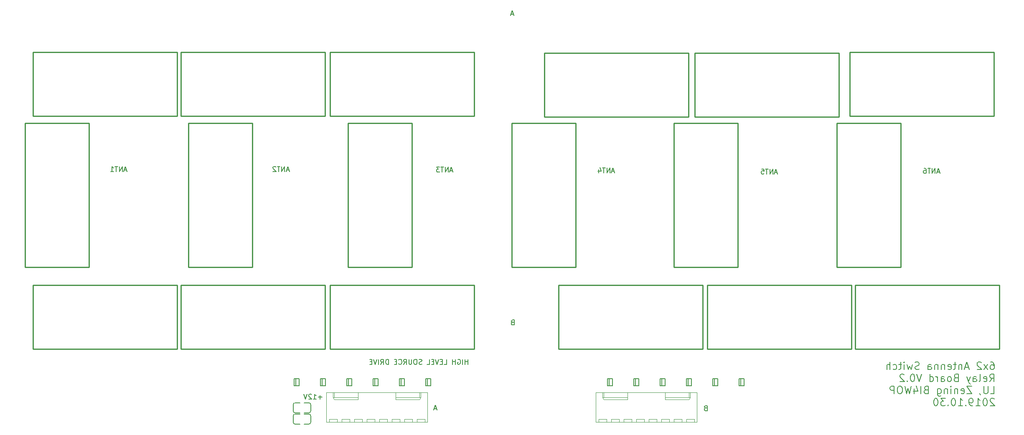
<source format=gbr>
%TF.GenerationSoftware,KiCad,Pcbnew,(6.0.0-rc1-dev-882-gdbc9130da)*%
%TF.CreationDate,2019-10-30T14:39:13+08:00*%
%TF.ProjectId,AntennaSwitch_6x2_RelayBoard,416E74656E6E615377697463685F3678,rev?*%
%TF.SameCoordinates,Original*%
%TF.FileFunction,Legend,Bot*%
%TF.FilePolarity,Positive*%
%FSLAX46Y46*%
G04 Gerber Fmt 4.6, Leading zero omitted, Abs format (unit mm)*
G04 Created by KiCad (PCBNEW (6.0.0-rc1-dev-882-gdbc9130da)) date 2019/10/30 14:39:13*
%MOMM*%
%LPD*%
G01*
G04 APERTURE LIST*
%ADD10C,0.200000*%
%ADD11C,0.150000*%
%ADD12C,0.250000*%
%ADD13C,0.120000*%
G04 APERTURE END LIST*
D10*
X246964500Y-126885071D02*
X247250214Y-126885071D01*
X247393071Y-126956500D01*
X247464500Y-127027928D01*
X247607357Y-127242214D01*
X247678785Y-127527928D01*
X247678785Y-128099357D01*
X247607357Y-128242214D01*
X247535928Y-128313642D01*
X247393071Y-128385071D01*
X247107357Y-128385071D01*
X246964500Y-128313642D01*
X246893071Y-128242214D01*
X246821642Y-128099357D01*
X246821642Y-127742214D01*
X246893071Y-127599357D01*
X246964500Y-127527928D01*
X247107357Y-127456500D01*
X247393071Y-127456500D01*
X247535928Y-127527928D01*
X247607357Y-127599357D01*
X247678785Y-127742214D01*
X246321642Y-128385071D02*
X245535928Y-127385071D01*
X246321642Y-127385071D02*
X245535928Y-128385071D01*
X245035928Y-127027928D02*
X244964500Y-126956500D01*
X244821642Y-126885071D01*
X244464500Y-126885071D01*
X244321642Y-126956500D01*
X244250214Y-127027928D01*
X244178785Y-127170785D01*
X244178785Y-127313642D01*
X244250214Y-127527928D01*
X245107357Y-128385071D01*
X244178785Y-128385071D01*
X242464500Y-127956500D02*
X241750214Y-127956500D01*
X242607357Y-128385071D02*
X242107357Y-126885071D01*
X241607357Y-128385071D01*
X241107357Y-127385071D02*
X241107357Y-128385071D01*
X241107357Y-127527928D02*
X241035928Y-127456500D01*
X240893071Y-127385071D01*
X240678785Y-127385071D01*
X240535928Y-127456500D01*
X240464500Y-127599357D01*
X240464500Y-128385071D01*
X239964500Y-127385071D02*
X239393071Y-127385071D01*
X239750214Y-126885071D02*
X239750214Y-128170785D01*
X239678785Y-128313642D01*
X239535928Y-128385071D01*
X239393071Y-128385071D01*
X238321642Y-128313642D02*
X238464500Y-128385071D01*
X238750214Y-128385071D01*
X238893071Y-128313642D01*
X238964500Y-128170785D01*
X238964500Y-127599357D01*
X238893071Y-127456500D01*
X238750214Y-127385071D01*
X238464500Y-127385071D01*
X238321642Y-127456500D01*
X238250214Y-127599357D01*
X238250214Y-127742214D01*
X238964500Y-127885071D01*
X237607357Y-127385071D02*
X237607357Y-128385071D01*
X237607357Y-127527928D02*
X237535928Y-127456500D01*
X237393071Y-127385071D01*
X237178785Y-127385071D01*
X237035928Y-127456500D01*
X236964500Y-127599357D01*
X236964500Y-128385071D01*
X236250214Y-127385071D02*
X236250214Y-128385071D01*
X236250214Y-127527928D02*
X236178785Y-127456500D01*
X236035928Y-127385071D01*
X235821642Y-127385071D01*
X235678785Y-127456500D01*
X235607357Y-127599357D01*
X235607357Y-128385071D01*
X234250214Y-128385071D02*
X234250214Y-127599357D01*
X234321642Y-127456500D01*
X234464500Y-127385071D01*
X234750214Y-127385071D01*
X234893071Y-127456500D01*
X234250214Y-128313642D02*
X234393071Y-128385071D01*
X234750214Y-128385071D01*
X234893071Y-128313642D01*
X234964500Y-128170785D01*
X234964500Y-128027928D01*
X234893071Y-127885071D01*
X234750214Y-127813642D01*
X234393071Y-127813642D01*
X234250214Y-127742214D01*
X232464500Y-128313642D02*
X232250214Y-128385071D01*
X231893071Y-128385071D01*
X231750214Y-128313642D01*
X231678785Y-128242214D01*
X231607357Y-128099357D01*
X231607357Y-127956500D01*
X231678785Y-127813642D01*
X231750214Y-127742214D01*
X231893071Y-127670785D01*
X232178785Y-127599357D01*
X232321642Y-127527928D01*
X232393071Y-127456500D01*
X232464500Y-127313642D01*
X232464500Y-127170785D01*
X232393071Y-127027928D01*
X232321642Y-126956500D01*
X232178785Y-126885071D01*
X231821642Y-126885071D01*
X231607357Y-126956500D01*
X231107357Y-127385071D02*
X230821642Y-128385071D01*
X230535928Y-127670785D01*
X230250214Y-128385071D01*
X229964500Y-127385071D01*
X229393071Y-128385071D02*
X229393071Y-127385071D01*
X229393071Y-126885071D02*
X229464500Y-126956500D01*
X229393071Y-127027928D01*
X229321642Y-126956500D01*
X229393071Y-126885071D01*
X229393071Y-127027928D01*
X228893071Y-127385071D02*
X228321642Y-127385071D01*
X228678785Y-126885071D02*
X228678785Y-128170785D01*
X228607357Y-128313642D01*
X228464500Y-128385071D01*
X228321642Y-128385071D01*
X227178785Y-128313642D02*
X227321642Y-128385071D01*
X227607357Y-128385071D01*
X227750214Y-128313642D01*
X227821642Y-128242214D01*
X227893071Y-128099357D01*
X227893071Y-127670785D01*
X227821642Y-127527928D01*
X227750214Y-127456500D01*
X227607357Y-127385071D01*
X227321642Y-127385071D01*
X227178785Y-127456500D01*
X226535928Y-128385071D02*
X226535928Y-126885071D01*
X225893071Y-128385071D02*
X225893071Y-127599357D01*
X225964500Y-127456500D01*
X226107357Y-127385071D01*
X226321642Y-127385071D01*
X226464500Y-127456500D01*
X226535928Y-127527928D01*
X246750214Y-130835071D02*
X247250214Y-130120785D01*
X247607357Y-130835071D02*
X247607357Y-129335071D01*
X247035928Y-129335071D01*
X246893071Y-129406500D01*
X246821642Y-129477928D01*
X246750214Y-129620785D01*
X246750214Y-129835071D01*
X246821642Y-129977928D01*
X246893071Y-130049357D01*
X247035928Y-130120785D01*
X247607357Y-130120785D01*
X245535928Y-130763642D02*
X245678785Y-130835071D01*
X245964500Y-130835071D01*
X246107357Y-130763642D01*
X246178785Y-130620785D01*
X246178785Y-130049357D01*
X246107357Y-129906500D01*
X245964500Y-129835071D01*
X245678785Y-129835071D01*
X245535928Y-129906500D01*
X245464500Y-130049357D01*
X245464500Y-130192214D01*
X246178785Y-130335071D01*
X244607357Y-130835071D02*
X244750214Y-130763642D01*
X244821642Y-130620785D01*
X244821642Y-129335071D01*
X243393071Y-130835071D02*
X243393071Y-130049357D01*
X243464499Y-129906500D01*
X243607357Y-129835071D01*
X243893071Y-129835071D01*
X244035928Y-129906500D01*
X243393071Y-130763642D02*
X243535928Y-130835071D01*
X243893071Y-130835071D01*
X244035928Y-130763642D01*
X244107357Y-130620785D01*
X244107357Y-130477928D01*
X244035928Y-130335071D01*
X243893071Y-130263642D01*
X243535928Y-130263642D01*
X243393071Y-130192214D01*
X242821642Y-129835071D02*
X242464500Y-130835071D01*
X242107357Y-129835071D02*
X242464500Y-130835071D01*
X242607357Y-131192214D01*
X242678785Y-131263642D01*
X242821642Y-131335071D01*
X239893071Y-130049357D02*
X239678785Y-130120785D01*
X239607357Y-130192214D01*
X239535928Y-130335071D01*
X239535928Y-130549357D01*
X239607357Y-130692214D01*
X239678785Y-130763642D01*
X239821642Y-130835071D01*
X240393071Y-130835071D01*
X240393071Y-129335071D01*
X239893071Y-129335071D01*
X239750214Y-129406500D01*
X239678785Y-129477928D01*
X239607357Y-129620785D01*
X239607357Y-129763642D01*
X239678785Y-129906500D01*
X239750214Y-129977928D01*
X239893071Y-130049357D01*
X240393071Y-130049357D01*
X238678785Y-130835071D02*
X238821642Y-130763642D01*
X238893071Y-130692214D01*
X238964500Y-130549357D01*
X238964500Y-130120785D01*
X238893071Y-129977928D01*
X238821642Y-129906500D01*
X238678785Y-129835071D01*
X238464500Y-129835071D01*
X238321642Y-129906500D01*
X238250214Y-129977928D01*
X238178785Y-130120785D01*
X238178785Y-130549357D01*
X238250214Y-130692214D01*
X238321642Y-130763642D01*
X238464500Y-130835071D01*
X238678785Y-130835071D01*
X236893071Y-130835071D02*
X236893071Y-130049357D01*
X236964500Y-129906500D01*
X237107357Y-129835071D01*
X237393071Y-129835071D01*
X237535928Y-129906500D01*
X236893071Y-130763642D02*
X237035928Y-130835071D01*
X237393071Y-130835071D01*
X237535928Y-130763642D01*
X237607357Y-130620785D01*
X237607357Y-130477928D01*
X237535928Y-130335071D01*
X237393071Y-130263642D01*
X237035928Y-130263642D01*
X236893071Y-130192214D01*
X236178785Y-130835071D02*
X236178785Y-129835071D01*
X236178785Y-130120785D02*
X236107357Y-129977928D01*
X236035928Y-129906500D01*
X235893071Y-129835071D01*
X235750214Y-129835071D01*
X234607357Y-130835071D02*
X234607357Y-129335071D01*
X234607357Y-130763642D02*
X234750214Y-130835071D01*
X235035928Y-130835071D01*
X235178785Y-130763642D01*
X235250214Y-130692214D01*
X235321642Y-130549357D01*
X235321642Y-130120785D01*
X235250214Y-129977928D01*
X235178785Y-129906500D01*
X235035928Y-129835071D01*
X234750214Y-129835071D01*
X234607357Y-129906500D01*
X232964500Y-129335071D02*
X232464500Y-130835071D01*
X231964500Y-129335071D01*
X231178785Y-129335071D02*
X231035928Y-129335071D01*
X230893071Y-129406500D01*
X230821642Y-129477928D01*
X230750214Y-129620785D01*
X230678785Y-129906500D01*
X230678785Y-130263642D01*
X230750214Y-130549357D01*
X230821642Y-130692214D01*
X230893071Y-130763642D01*
X231035928Y-130835071D01*
X231178785Y-130835071D01*
X231321642Y-130763642D01*
X231393071Y-130692214D01*
X231464500Y-130549357D01*
X231535928Y-130263642D01*
X231535928Y-129906500D01*
X231464500Y-129620785D01*
X231393071Y-129477928D01*
X231321642Y-129406500D01*
X231178785Y-129335071D01*
X230035928Y-130692214D02*
X229964500Y-130763642D01*
X230035928Y-130835071D01*
X230107357Y-130763642D01*
X230035928Y-130692214D01*
X230035928Y-130835071D01*
X229393071Y-129477928D02*
X229321642Y-129406500D01*
X229178785Y-129335071D01*
X228821642Y-129335071D01*
X228678785Y-129406500D01*
X228607357Y-129477928D01*
X228535928Y-129620785D01*
X228535928Y-129763642D01*
X228607357Y-129977928D01*
X229464500Y-130835071D01*
X228535928Y-130835071D01*
X246893071Y-133285071D02*
X247607357Y-133285071D01*
X247607357Y-131785071D01*
X246393071Y-131785071D02*
X246393071Y-132999357D01*
X246321642Y-133142214D01*
X246250214Y-133213642D01*
X246107357Y-133285071D01*
X245821642Y-133285071D01*
X245678785Y-133213642D01*
X245607357Y-133142214D01*
X245535928Y-132999357D01*
X245535928Y-131785071D01*
X244750214Y-133213642D02*
X244750214Y-133285071D01*
X244821642Y-133427928D01*
X244893071Y-133499357D01*
X243107357Y-131785071D02*
X242107357Y-131785071D01*
X243107357Y-133285071D01*
X242107357Y-133285071D01*
X240964500Y-133213642D02*
X241107357Y-133285071D01*
X241393071Y-133285071D01*
X241535928Y-133213642D01*
X241607357Y-133070785D01*
X241607357Y-132499357D01*
X241535928Y-132356500D01*
X241393071Y-132285071D01*
X241107357Y-132285071D01*
X240964500Y-132356500D01*
X240893071Y-132499357D01*
X240893071Y-132642214D01*
X241607357Y-132785071D01*
X240250214Y-132285071D02*
X240250214Y-133285071D01*
X240250214Y-132427928D02*
X240178785Y-132356500D01*
X240035928Y-132285071D01*
X239821642Y-132285071D01*
X239678785Y-132356500D01*
X239607357Y-132499357D01*
X239607357Y-133285071D01*
X238893071Y-133285071D02*
X238893071Y-132285071D01*
X238893071Y-131785071D02*
X238964500Y-131856500D01*
X238893071Y-131927928D01*
X238821642Y-131856500D01*
X238893071Y-131785071D01*
X238893071Y-131927928D01*
X238178785Y-132285071D02*
X238178785Y-133285071D01*
X238178785Y-132427928D02*
X238107357Y-132356500D01*
X237964500Y-132285071D01*
X237750214Y-132285071D01*
X237607357Y-132356500D01*
X237535928Y-132499357D01*
X237535928Y-133285071D01*
X236178785Y-132285071D02*
X236178785Y-133499357D01*
X236250214Y-133642214D01*
X236321642Y-133713642D01*
X236464500Y-133785071D01*
X236678785Y-133785071D01*
X236821642Y-133713642D01*
X236178785Y-133213642D02*
X236321642Y-133285071D01*
X236607357Y-133285071D01*
X236750214Y-133213642D01*
X236821642Y-133142214D01*
X236893071Y-132999357D01*
X236893071Y-132570785D01*
X236821642Y-132427928D01*
X236750214Y-132356500D01*
X236607357Y-132285071D01*
X236321642Y-132285071D01*
X236178785Y-132356500D01*
X233821642Y-132499357D02*
X233607357Y-132570785D01*
X233535928Y-132642214D01*
X233464500Y-132785071D01*
X233464500Y-132999357D01*
X233535928Y-133142214D01*
X233607357Y-133213642D01*
X233750214Y-133285071D01*
X234321642Y-133285071D01*
X234321642Y-131785071D01*
X233821642Y-131785071D01*
X233678785Y-131856500D01*
X233607357Y-131927928D01*
X233535928Y-132070785D01*
X233535928Y-132213642D01*
X233607357Y-132356500D01*
X233678785Y-132427928D01*
X233821642Y-132499357D01*
X234321642Y-132499357D01*
X232821642Y-133285071D02*
X232821642Y-131785071D01*
X231464500Y-132285071D02*
X231464500Y-133285071D01*
X231821642Y-131713642D02*
X232178785Y-132785071D01*
X231250214Y-132785071D01*
X230821642Y-131785071D02*
X230464500Y-133285071D01*
X230178785Y-132213642D01*
X229893071Y-133285071D01*
X229535928Y-131785071D01*
X228678785Y-131785071D02*
X228393071Y-131785071D01*
X228250214Y-131856500D01*
X228107357Y-131999357D01*
X228035928Y-132285071D01*
X228035928Y-132785071D01*
X228107357Y-133070785D01*
X228250214Y-133213642D01*
X228393071Y-133285071D01*
X228678785Y-133285071D01*
X228821642Y-133213642D01*
X228964500Y-133070785D01*
X229035928Y-132785071D01*
X229035928Y-132285071D01*
X228964500Y-131999357D01*
X228821642Y-131856500D01*
X228678785Y-131785071D01*
X227393071Y-133285071D02*
X227393071Y-131785071D01*
X226821642Y-131785071D01*
X226678785Y-131856500D01*
X226607357Y-131927928D01*
X226535928Y-132070785D01*
X226535928Y-132285071D01*
X226607357Y-132427928D01*
X226678785Y-132499357D01*
X226821642Y-132570785D01*
X227393071Y-132570785D01*
X247678785Y-134377928D02*
X247607357Y-134306500D01*
X247464500Y-134235071D01*
X247107357Y-134235071D01*
X246964500Y-134306500D01*
X246893071Y-134377928D01*
X246821642Y-134520785D01*
X246821642Y-134663642D01*
X246893071Y-134877928D01*
X247750214Y-135735071D01*
X246821642Y-135735071D01*
X245893071Y-134235071D02*
X245750214Y-134235071D01*
X245607357Y-134306500D01*
X245535928Y-134377928D01*
X245464500Y-134520785D01*
X245393071Y-134806500D01*
X245393071Y-135163642D01*
X245464500Y-135449357D01*
X245535928Y-135592214D01*
X245607357Y-135663642D01*
X245750214Y-135735071D01*
X245893071Y-135735071D01*
X246035928Y-135663642D01*
X246107357Y-135592214D01*
X246178785Y-135449357D01*
X246250214Y-135163642D01*
X246250214Y-134806500D01*
X246178785Y-134520785D01*
X246107357Y-134377928D01*
X246035928Y-134306500D01*
X245893071Y-134235071D01*
X243964500Y-135735071D02*
X244821642Y-135735071D01*
X244393071Y-135735071D02*
X244393071Y-134235071D01*
X244535928Y-134449357D01*
X244678785Y-134592214D01*
X244821642Y-134663642D01*
X243250214Y-135735071D02*
X242964500Y-135735071D01*
X242821642Y-135663642D01*
X242750214Y-135592214D01*
X242607357Y-135377928D01*
X242535928Y-135092214D01*
X242535928Y-134520785D01*
X242607357Y-134377928D01*
X242678785Y-134306500D01*
X242821642Y-134235071D01*
X243107357Y-134235071D01*
X243250214Y-134306500D01*
X243321642Y-134377928D01*
X243393071Y-134520785D01*
X243393071Y-134877928D01*
X243321642Y-135020785D01*
X243250214Y-135092214D01*
X243107357Y-135163642D01*
X242821642Y-135163642D01*
X242678785Y-135092214D01*
X242607357Y-135020785D01*
X242535928Y-134877928D01*
X241893071Y-135592214D02*
X241821642Y-135663642D01*
X241893071Y-135735071D01*
X241964500Y-135663642D01*
X241893071Y-135592214D01*
X241893071Y-135735071D01*
X240393071Y-135735071D02*
X241250214Y-135735071D01*
X240821642Y-135735071D02*
X240821642Y-134235071D01*
X240964500Y-134449357D01*
X241107357Y-134592214D01*
X241250214Y-134663642D01*
X239464500Y-134235071D02*
X239321642Y-134235071D01*
X239178785Y-134306500D01*
X239107357Y-134377928D01*
X239035928Y-134520785D01*
X238964500Y-134806500D01*
X238964500Y-135163642D01*
X239035928Y-135449357D01*
X239107357Y-135592214D01*
X239178785Y-135663642D01*
X239321642Y-135735071D01*
X239464500Y-135735071D01*
X239607357Y-135663642D01*
X239678785Y-135592214D01*
X239750214Y-135449357D01*
X239821642Y-135163642D01*
X239821642Y-134806500D01*
X239750214Y-134520785D01*
X239678785Y-134377928D01*
X239607357Y-134306500D01*
X239464500Y-134235071D01*
X238321642Y-135592214D02*
X238250214Y-135663642D01*
X238321642Y-135735071D01*
X238393071Y-135663642D01*
X238321642Y-135592214D01*
X238321642Y-135735071D01*
X237750214Y-134235071D02*
X236821642Y-134235071D01*
X237321642Y-134806500D01*
X237107357Y-134806500D01*
X236964500Y-134877928D01*
X236893071Y-134949357D01*
X236821642Y-135092214D01*
X236821642Y-135449357D01*
X236893071Y-135592214D01*
X236964500Y-135663642D01*
X237107357Y-135735071D01*
X237535928Y-135735071D01*
X237678785Y-135663642D01*
X237750214Y-135592214D01*
X235893071Y-134235071D02*
X235750214Y-134235071D01*
X235607357Y-134306500D01*
X235535928Y-134377928D01*
X235464500Y-134520785D01*
X235393071Y-134806500D01*
X235393071Y-135163642D01*
X235464500Y-135449357D01*
X235535928Y-135592214D01*
X235607357Y-135663642D01*
X235750214Y-135735071D01*
X235893071Y-135735071D01*
X236035928Y-135663642D01*
X236107357Y-135592214D01*
X236178785Y-135449357D01*
X236250214Y-135163642D01*
X236250214Y-134806500D01*
X236178785Y-134520785D01*
X236107357Y-134377928D01*
X236035928Y-134306500D01*
X235893071Y-134235071D01*
D11*
X111426404Y-133992928D02*
X110664500Y-133992928D01*
X111045452Y-134373880D02*
X111045452Y-133611976D01*
X109664500Y-134373880D02*
X110235928Y-134373880D01*
X109950214Y-134373880D02*
X109950214Y-133373880D01*
X110045452Y-133516738D01*
X110140690Y-133611976D01*
X110235928Y-133659595D01*
X109283547Y-133469119D02*
X109235928Y-133421500D01*
X109140690Y-133373880D01*
X108902595Y-133373880D01*
X108807357Y-133421500D01*
X108759738Y-133469119D01*
X108712119Y-133564357D01*
X108712119Y-133659595D01*
X108759738Y-133802452D01*
X109331166Y-134373880D01*
X108712119Y-134373880D01*
X108426404Y-133373880D02*
X108093071Y-134373880D01*
X107759738Y-133373880D01*
X140992571Y-127325380D02*
X140992571Y-126325380D01*
X140992571Y-126801571D02*
X140421142Y-126801571D01*
X140421142Y-127325380D02*
X140421142Y-126325380D01*
X139944952Y-127325380D02*
X139944952Y-126325380D01*
X138944952Y-126373000D02*
X139040190Y-126325380D01*
X139183047Y-126325380D01*
X139325904Y-126373000D01*
X139421142Y-126468238D01*
X139468761Y-126563476D01*
X139516380Y-126753952D01*
X139516380Y-126896809D01*
X139468761Y-127087285D01*
X139421142Y-127182523D01*
X139325904Y-127277761D01*
X139183047Y-127325380D01*
X139087809Y-127325380D01*
X138944952Y-127277761D01*
X138897333Y-127230142D01*
X138897333Y-126896809D01*
X139087809Y-126896809D01*
X138468761Y-127325380D02*
X138468761Y-126325380D01*
X138468761Y-126801571D02*
X137897333Y-126801571D01*
X137897333Y-127325380D02*
X137897333Y-126325380D01*
X136183047Y-127325380D02*
X136659238Y-127325380D01*
X136659238Y-126325380D01*
X135849714Y-126801571D02*
X135516380Y-126801571D01*
X135373523Y-127325380D02*
X135849714Y-127325380D01*
X135849714Y-126325380D01*
X135373523Y-126325380D01*
X135087809Y-126325380D02*
X134754476Y-127325380D01*
X134421142Y-126325380D01*
X134087809Y-126801571D02*
X133754476Y-126801571D01*
X133611619Y-127325380D02*
X134087809Y-127325380D01*
X134087809Y-126325380D01*
X133611619Y-126325380D01*
X132706857Y-127325380D02*
X133183047Y-127325380D01*
X133183047Y-126325380D01*
X131659238Y-127277761D02*
X131516380Y-127325380D01*
X131278285Y-127325380D01*
X131183047Y-127277761D01*
X131135428Y-127230142D01*
X131087809Y-127134904D01*
X131087809Y-127039666D01*
X131135428Y-126944428D01*
X131183047Y-126896809D01*
X131278285Y-126849190D01*
X131468761Y-126801571D01*
X131564000Y-126753952D01*
X131611619Y-126706333D01*
X131659238Y-126611095D01*
X131659238Y-126515857D01*
X131611619Y-126420619D01*
X131564000Y-126373000D01*
X131468761Y-126325380D01*
X131230666Y-126325380D01*
X131087809Y-126373000D01*
X130468761Y-126325380D02*
X130278285Y-126325380D01*
X130183047Y-126373000D01*
X130087809Y-126468238D01*
X130040190Y-126658714D01*
X130040190Y-126992047D01*
X130087809Y-127182523D01*
X130183047Y-127277761D01*
X130278285Y-127325380D01*
X130468761Y-127325380D01*
X130564000Y-127277761D01*
X130659238Y-127182523D01*
X130706857Y-126992047D01*
X130706857Y-126658714D01*
X130659238Y-126468238D01*
X130564000Y-126373000D01*
X130468761Y-126325380D01*
X129611619Y-126325380D02*
X129611619Y-127134904D01*
X129564000Y-127230142D01*
X129516380Y-127277761D01*
X129421142Y-127325380D01*
X129230666Y-127325380D01*
X129135428Y-127277761D01*
X129087809Y-127230142D01*
X129040190Y-127134904D01*
X129040190Y-126325380D01*
X127992571Y-127325380D02*
X128325904Y-126849190D01*
X128564000Y-127325380D02*
X128564000Y-126325380D01*
X128183047Y-126325380D01*
X128087809Y-126373000D01*
X128040190Y-126420619D01*
X127992571Y-126515857D01*
X127992571Y-126658714D01*
X128040190Y-126753952D01*
X128087809Y-126801571D01*
X128183047Y-126849190D01*
X128564000Y-126849190D01*
X126992571Y-127230142D02*
X127040190Y-127277761D01*
X127183047Y-127325380D01*
X127278285Y-127325380D01*
X127421142Y-127277761D01*
X127516380Y-127182523D01*
X127564000Y-127087285D01*
X127611619Y-126896809D01*
X127611619Y-126753952D01*
X127564000Y-126563476D01*
X127516380Y-126468238D01*
X127421142Y-126373000D01*
X127278285Y-126325380D01*
X127183047Y-126325380D01*
X127040190Y-126373000D01*
X126992571Y-126420619D01*
X126564000Y-126801571D02*
X126230666Y-126801571D01*
X126087809Y-127325380D02*
X126564000Y-127325380D01*
X126564000Y-126325380D01*
X126087809Y-126325380D01*
X124897333Y-127325380D02*
X124897333Y-126325380D01*
X124659238Y-126325380D01*
X124516380Y-126373000D01*
X124421142Y-126468238D01*
X124373523Y-126563476D01*
X124325904Y-126753952D01*
X124325904Y-126896809D01*
X124373523Y-127087285D01*
X124421142Y-127182523D01*
X124516380Y-127277761D01*
X124659238Y-127325380D01*
X124897333Y-127325380D01*
X123325904Y-127325380D02*
X123659238Y-126849190D01*
X123897333Y-127325380D02*
X123897333Y-126325380D01*
X123516380Y-126325380D01*
X123421142Y-126373000D01*
X123373523Y-126420619D01*
X123325904Y-126515857D01*
X123325904Y-126658714D01*
X123373523Y-126753952D01*
X123421142Y-126801571D01*
X123516380Y-126849190D01*
X123897333Y-126849190D01*
X122897333Y-127325380D02*
X122897333Y-126325380D01*
X122564000Y-126325380D02*
X122230666Y-127325380D01*
X121897333Y-126325380D01*
X121564000Y-126801571D02*
X121230666Y-126801571D01*
X121087809Y-127325380D02*
X121564000Y-127325380D01*
X121564000Y-126325380D01*
X121087809Y-126325380D01*
D10*
X189158571Y-136199571D02*
X189015714Y-136247190D01*
X188968095Y-136294809D01*
X188920476Y-136390047D01*
X188920476Y-136532904D01*
X188968095Y-136628142D01*
X189015714Y-136675761D01*
X189110952Y-136723380D01*
X189491904Y-136723380D01*
X189491904Y-135723380D01*
X189158571Y-135723380D01*
X189063333Y-135771000D01*
X189015714Y-135818619D01*
X188968095Y-135913857D01*
X188968095Y-136009095D01*
X189015714Y-136104333D01*
X189063333Y-136151952D01*
X189158571Y-136199571D01*
X189491904Y-136199571D01*
X134604095Y-136310666D02*
X134127904Y-136310666D01*
X134699333Y-136596380D02*
X134366000Y-135596380D01*
X134032666Y-136596380D01*
D11*
X150042571Y-118800571D02*
X149899714Y-118848190D01*
X149852095Y-118895809D01*
X149804476Y-118991047D01*
X149804476Y-119133904D01*
X149852095Y-119229142D01*
X149899714Y-119276761D01*
X149994952Y-119324380D01*
X150375904Y-119324380D01*
X150375904Y-118324380D01*
X150042571Y-118324380D01*
X149947333Y-118372000D01*
X149899714Y-118419619D01*
X149852095Y-118514857D01*
X149852095Y-118610095D01*
X149899714Y-118705333D01*
X149947333Y-118752952D01*
X150042571Y-118800571D01*
X150375904Y-118800571D01*
X150225095Y-56300666D02*
X149748904Y-56300666D01*
X150320333Y-56586380D02*
X149987000Y-55586380D01*
X149653666Y-56586380D01*
X236569047Y-88304666D02*
X236092857Y-88304666D01*
X236664285Y-88590380D02*
X236330952Y-87590380D01*
X235997619Y-88590380D01*
X235664285Y-88590380D02*
X235664285Y-87590380D01*
X235092857Y-88590380D01*
X235092857Y-87590380D01*
X234759523Y-87590380D02*
X234188095Y-87590380D01*
X234473809Y-88590380D02*
X234473809Y-87590380D01*
X233426190Y-87590380D02*
X233616666Y-87590380D01*
X233711904Y-87638000D01*
X233759523Y-87685619D01*
X233854761Y-87828476D01*
X233902380Y-88018952D01*
X233902380Y-88399904D01*
X233854761Y-88495142D01*
X233807142Y-88542761D01*
X233711904Y-88590380D01*
X233521428Y-88590380D01*
X233426190Y-88542761D01*
X233378571Y-88495142D01*
X233330952Y-88399904D01*
X233330952Y-88161809D01*
X233378571Y-88066571D01*
X233426190Y-88018952D01*
X233521428Y-87971333D01*
X233711904Y-87971333D01*
X233807142Y-88018952D01*
X233854761Y-88066571D01*
X233902380Y-88161809D01*
X203676047Y-88431666D02*
X203199857Y-88431666D01*
X203771285Y-88717380D02*
X203437952Y-87717380D01*
X203104619Y-88717380D01*
X202771285Y-88717380D02*
X202771285Y-87717380D01*
X202199857Y-88717380D01*
X202199857Y-87717380D01*
X201866523Y-87717380D02*
X201295095Y-87717380D01*
X201580809Y-88717380D02*
X201580809Y-87717380D01*
X200485571Y-87717380D02*
X200961761Y-87717380D01*
X201009380Y-88193571D01*
X200961761Y-88145952D01*
X200866523Y-88098333D01*
X200628428Y-88098333D01*
X200533190Y-88145952D01*
X200485571Y-88193571D01*
X200437952Y-88288809D01*
X200437952Y-88526904D01*
X200485571Y-88622142D01*
X200533190Y-88669761D01*
X200628428Y-88717380D01*
X200866523Y-88717380D01*
X200961761Y-88669761D01*
X201009380Y-88622142D01*
X170656047Y-88177666D02*
X170179857Y-88177666D01*
X170751285Y-88463380D02*
X170417952Y-87463380D01*
X170084619Y-88463380D01*
X169751285Y-88463380D02*
X169751285Y-87463380D01*
X169179857Y-88463380D01*
X169179857Y-87463380D01*
X168846523Y-87463380D02*
X168275095Y-87463380D01*
X168560809Y-88463380D02*
X168560809Y-87463380D01*
X167513190Y-87796714D02*
X167513190Y-88463380D01*
X167751285Y-87415761D02*
X167989380Y-88130047D01*
X167370333Y-88130047D01*
X137890047Y-88050666D02*
X137413857Y-88050666D01*
X137985285Y-88336380D02*
X137651952Y-87336380D01*
X137318619Y-88336380D01*
X136985285Y-88336380D02*
X136985285Y-87336380D01*
X136413857Y-88336380D01*
X136413857Y-87336380D01*
X136080523Y-87336380D02*
X135509095Y-87336380D01*
X135794809Y-88336380D02*
X135794809Y-87336380D01*
X135271000Y-87336380D02*
X134651952Y-87336380D01*
X134985285Y-87717333D01*
X134842428Y-87717333D01*
X134747190Y-87764952D01*
X134699571Y-87812571D01*
X134651952Y-87907809D01*
X134651952Y-88145904D01*
X134699571Y-88241142D01*
X134747190Y-88288761D01*
X134842428Y-88336380D01*
X135128142Y-88336380D01*
X135223380Y-88288761D01*
X135271000Y-88241142D01*
X104743047Y-87923666D02*
X104266857Y-87923666D01*
X104838285Y-88209380D02*
X104504952Y-87209380D01*
X104171619Y-88209380D01*
X103838285Y-88209380D02*
X103838285Y-87209380D01*
X103266857Y-88209380D01*
X103266857Y-87209380D01*
X102933523Y-87209380D02*
X102362095Y-87209380D01*
X102647809Y-88209380D02*
X102647809Y-87209380D01*
X102076380Y-87304619D02*
X102028761Y-87257000D01*
X101933523Y-87209380D01*
X101695428Y-87209380D01*
X101600190Y-87257000D01*
X101552571Y-87304619D01*
X101504952Y-87399857D01*
X101504952Y-87495095D01*
X101552571Y-87637952D01*
X102124000Y-88209380D01*
X101504952Y-88209380D01*
X71850047Y-87923666D02*
X71373857Y-87923666D01*
X71945285Y-88209380D02*
X71611952Y-87209380D01*
X71278619Y-88209380D01*
X70945285Y-88209380D02*
X70945285Y-87209380D01*
X70373857Y-88209380D01*
X70373857Y-87209380D01*
X70040523Y-87209380D02*
X69469095Y-87209380D01*
X69754809Y-88209380D02*
X69754809Y-87209380D01*
X68611952Y-88209380D02*
X69183380Y-88209380D01*
X68897666Y-88209380D02*
X68897666Y-87209380D01*
X68992904Y-87352238D01*
X69088142Y-87447476D01*
X69183380Y-87495095D01*
D10*
X109148500Y-139065000D02*
X109148500Y-137795000D01*
X108748500Y-139465000D02*
X107828500Y-139465000D01*
X105608500Y-139065000D02*
X105608500Y-137795000D01*
X106928500Y-139465000D02*
X106008500Y-139465000D01*
X106928500Y-137395000D02*
X106008500Y-137395000D01*
X108748500Y-137395000D02*
X107828500Y-137395000D01*
X109148500Y-137794990D02*
G75*
G03X108748500Y-137394990I-400000J0D01*
G01*
X108748500Y-139465000D02*
G75*
G03X109148500Y-139065000I0J400000D01*
G01*
X105608500Y-139065000D02*
G75*
G03X106008500Y-139465000I400000J0D01*
G01*
X106008500Y-137395000D02*
G75*
G03X105608500Y-137795000I0J-400000D01*
G01*
X109148500Y-136779000D02*
X109148500Y-135509000D01*
X108748500Y-137179000D02*
X107828500Y-137179000D01*
X105608500Y-136779000D02*
X105608500Y-135509000D01*
X106928500Y-137179000D02*
X106008500Y-137179000D01*
X106928500Y-135109000D02*
X106008500Y-135109000D01*
X108748500Y-135109000D02*
X107828500Y-135109000D01*
X109148500Y-135508990D02*
G75*
G03X108748500Y-135108990I-400000J0D01*
G01*
X108748500Y-137179000D02*
G75*
G03X109148500Y-136779000I0J400000D01*
G01*
X105608500Y-136779000D02*
G75*
G03X106008500Y-137179000I400000J0D01*
G01*
X106008500Y-135109000D02*
G75*
G03X105608500Y-135509000I0J-400000D01*
G01*
X195969000Y-131637000D02*
X196969000Y-131637000D01*
X195969000Y-130237000D02*
X196969000Y-130237000D01*
X196969000Y-130237000D02*
X196969000Y-131637000D01*
X195969000Y-130237000D02*
X195969000Y-131637000D01*
X196269000Y-130237000D02*
X196269000Y-131637000D01*
X190635000Y-131637000D02*
X191635000Y-131637000D01*
X190635000Y-130237000D02*
X191635000Y-130237000D01*
X191635000Y-130237000D02*
X191635000Y-131637000D01*
X190635000Y-130237000D02*
X190635000Y-131637000D01*
X190935000Y-130237000D02*
X190935000Y-131637000D01*
X185301000Y-131637000D02*
X186301000Y-131637000D01*
X185301000Y-130237000D02*
X186301000Y-130237000D01*
X186301000Y-130237000D02*
X186301000Y-131637000D01*
X185301000Y-130237000D02*
X185301000Y-131637000D01*
X185601000Y-130237000D02*
X185601000Y-131637000D01*
X179967000Y-131637000D02*
X180967000Y-131637000D01*
X179967000Y-130237000D02*
X180967000Y-130237000D01*
X180967000Y-130237000D02*
X180967000Y-131637000D01*
X179967000Y-130237000D02*
X179967000Y-131637000D01*
X180267000Y-130237000D02*
X180267000Y-131637000D01*
X174633000Y-131637000D02*
X175633000Y-131637000D01*
X174633000Y-130237000D02*
X175633000Y-130237000D01*
X175633000Y-130237000D02*
X175633000Y-131637000D01*
X174633000Y-130237000D02*
X174633000Y-131637000D01*
X174933000Y-130237000D02*
X174933000Y-131637000D01*
X169299000Y-131637000D02*
X170299000Y-131637000D01*
X169299000Y-130237000D02*
X170299000Y-130237000D01*
X170299000Y-130237000D02*
X170299000Y-131637000D01*
X169299000Y-130237000D02*
X169299000Y-131637000D01*
X169599000Y-130237000D02*
X169599000Y-131637000D01*
X132469000Y-131637000D02*
X133469000Y-131637000D01*
X132469000Y-130237000D02*
X133469000Y-130237000D01*
X133469000Y-130237000D02*
X133469000Y-131637000D01*
X132469000Y-130237000D02*
X132469000Y-131637000D01*
X132769000Y-130237000D02*
X132769000Y-131637000D01*
X127135000Y-131637000D02*
X128135000Y-131637000D01*
X127135000Y-130237000D02*
X128135000Y-130237000D01*
X128135000Y-130237000D02*
X128135000Y-131637000D01*
X127135000Y-130237000D02*
X127135000Y-131637000D01*
X127435000Y-130237000D02*
X127435000Y-131637000D01*
X121801000Y-131637000D02*
X122801000Y-131637000D01*
X121801000Y-130237000D02*
X122801000Y-130237000D01*
X122801000Y-130237000D02*
X122801000Y-131637000D01*
X121801000Y-130237000D02*
X121801000Y-131637000D01*
X122101000Y-130237000D02*
X122101000Y-131637000D01*
X116467000Y-131637000D02*
X117467000Y-131637000D01*
X116467000Y-130237000D02*
X117467000Y-130237000D01*
X117467000Y-130237000D02*
X117467000Y-131637000D01*
X116467000Y-130237000D02*
X116467000Y-131637000D01*
X116767000Y-130237000D02*
X116767000Y-131637000D01*
X111133000Y-131637000D02*
X112133000Y-131637000D01*
X111133000Y-130237000D02*
X112133000Y-130237000D01*
X112133000Y-130237000D02*
X112133000Y-131637000D01*
X111133000Y-130237000D02*
X111133000Y-131637000D01*
X111433000Y-130237000D02*
X111433000Y-131637000D01*
X105799000Y-131637000D02*
X106799000Y-131637000D01*
X105799000Y-130237000D02*
X106799000Y-130237000D01*
X106799000Y-130237000D02*
X106799000Y-131637000D01*
X105799000Y-130237000D02*
X105799000Y-131637000D01*
X106099000Y-130237000D02*
X106099000Y-131637000D01*
D12*
X219470000Y-111246000D02*
X219470000Y-124146000D01*
X248680000Y-124200000D02*
X219480000Y-124200000D01*
X248680000Y-111246000D02*
X219480000Y-111246000D01*
X248680000Y-111246000D02*
X248680000Y-124146000D01*
X189550000Y-111246000D02*
X189550000Y-124146000D01*
X218760000Y-124200000D02*
X189560000Y-124200000D01*
X218760000Y-111246000D02*
X189560000Y-111246000D01*
X218760000Y-111246000D02*
X218760000Y-124146000D01*
X159370000Y-111246000D02*
X159370000Y-124146000D01*
X188580000Y-124200000D02*
X159380000Y-124200000D01*
X188580000Y-111246000D02*
X159380000Y-111246000D01*
X188580000Y-111246000D02*
X188580000Y-124146000D01*
X142299000Y-124200000D02*
X142299000Y-111300000D01*
X113089000Y-111246000D02*
X142289000Y-111246000D01*
X113089000Y-124200000D02*
X142289000Y-124200000D01*
X113089000Y-124200000D02*
X113089000Y-111300000D01*
X112073000Y-124200000D02*
X112073000Y-111300000D01*
X82863000Y-111246000D02*
X112063000Y-111246000D01*
X82863000Y-124200000D02*
X112063000Y-124200000D01*
X82863000Y-124200000D02*
X82863000Y-111300000D01*
X82101000Y-124200000D02*
X82101000Y-111300000D01*
X52891000Y-111246000D02*
X82091000Y-111246000D01*
X52891000Y-124200000D02*
X82091000Y-124200000D01*
X52891000Y-124200000D02*
X52891000Y-111300000D01*
X228700000Y-78390000D02*
X215800000Y-78390000D01*
X215746000Y-107600000D02*
X215746000Y-78400000D01*
X228700000Y-107600000D02*
X228700000Y-78400000D01*
X228700000Y-107600000D02*
X215800000Y-107600000D01*
X195700000Y-78390000D02*
X182800000Y-78390000D01*
X182746000Y-107600000D02*
X182746000Y-78400000D01*
X195700000Y-107600000D02*
X195700000Y-78400000D01*
X195700000Y-107600000D02*
X182800000Y-107600000D01*
X162847000Y-78390000D02*
X149947000Y-78390000D01*
X149893000Y-107600000D02*
X149893000Y-78400000D01*
X162847000Y-107600000D02*
X162847000Y-78400000D01*
X162847000Y-107600000D02*
X149947000Y-107600000D01*
X129700000Y-78390000D02*
X116800000Y-78390000D01*
X116746000Y-107600000D02*
X116746000Y-78400000D01*
X129700000Y-107600000D02*
X129700000Y-78400000D01*
X129700000Y-107600000D02*
X116800000Y-107600000D01*
X97315000Y-78390000D02*
X84415000Y-78390000D01*
X84361000Y-107600000D02*
X84361000Y-78400000D01*
X97315000Y-107600000D02*
X97315000Y-78400000D01*
X97315000Y-107600000D02*
X84415000Y-107600000D01*
X64200000Y-78390000D02*
X51300000Y-78390000D01*
X51246000Y-107600000D02*
X51246000Y-78400000D01*
X64200000Y-107600000D02*
X64200000Y-78400000D01*
X64200000Y-107600000D02*
X51300000Y-107600000D01*
X247582000Y-76987000D02*
X247582000Y-64087000D01*
X218372000Y-64033000D02*
X247572000Y-64033000D01*
X218372000Y-76987000D02*
X247572000Y-76987000D01*
X218372000Y-76987000D02*
X218372000Y-64087000D01*
X216213000Y-77114000D02*
X216213000Y-64214000D01*
X187003000Y-64160000D02*
X216203000Y-64160000D01*
X187003000Y-77114000D02*
X216203000Y-77114000D01*
X187003000Y-77114000D02*
X187003000Y-64214000D01*
X185733000Y-77114000D02*
X185733000Y-64214000D01*
X156523000Y-64160000D02*
X185723000Y-64160000D01*
X156523000Y-77114000D02*
X185723000Y-77114000D01*
X156523000Y-77114000D02*
X156523000Y-64214000D01*
X142299000Y-76987000D02*
X142299000Y-64087000D01*
X113089000Y-64033000D02*
X142289000Y-64033000D01*
X113089000Y-76987000D02*
X142289000Y-76987000D01*
X113089000Y-76987000D02*
X113089000Y-64087000D01*
X112073000Y-76987000D02*
X112073000Y-64087000D01*
X82863000Y-64033000D02*
X112063000Y-64033000D01*
X82863000Y-76987000D02*
X112063000Y-76987000D01*
X82863000Y-76987000D02*
X82863000Y-64087000D01*
X82101000Y-76987000D02*
X82101000Y-64087000D01*
X52891000Y-64033000D02*
X82091000Y-64033000D01*
X52891000Y-76987000D02*
X82091000Y-76987000D01*
X52891000Y-76987000D02*
X52891000Y-64087000D01*
D13*
X166905000Y-139037000D02*
X166905000Y-133037000D01*
X166905000Y-133037000D02*
X187425000Y-133037000D01*
X187425000Y-133037000D02*
X187425000Y-139037000D01*
X187425000Y-139037000D02*
X166905000Y-139037000D01*
X168275000Y-133037000D02*
X168275000Y-134037000D01*
X168275000Y-134037000D02*
X173355000Y-134037000D01*
X173355000Y-134037000D02*
X173355000Y-133037000D01*
X168275000Y-134037000D02*
X168525000Y-134467000D01*
X168525000Y-134467000D02*
X173355000Y-134467000D01*
X173355000Y-134467000D02*
X173355000Y-134037000D01*
X168525000Y-133037000D02*
X168525000Y-134037000D01*
X186055000Y-133037000D02*
X186055000Y-134037000D01*
X186055000Y-134037000D02*
X180975000Y-134037000D01*
X180975000Y-134037000D02*
X180975000Y-133037000D01*
X186055000Y-134037000D02*
X185805000Y-134467000D01*
X185805000Y-134467000D02*
X180975000Y-134467000D01*
X180975000Y-134467000D02*
X180975000Y-134037000D01*
X185805000Y-133037000D02*
X185805000Y-134037000D01*
X167475000Y-139037000D02*
X167475000Y-138417000D01*
X167475000Y-138417000D02*
X169075000Y-138417000D01*
X169075000Y-138417000D02*
X169075000Y-139037000D01*
X170015000Y-139037000D02*
X170015000Y-138417000D01*
X170015000Y-138417000D02*
X171615000Y-138417000D01*
X171615000Y-138417000D02*
X171615000Y-139037000D01*
X172555000Y-139037000D02*
X172555000Y-138417000D01*
X172555000Y-138417000D02*
X174155000Y-138417000D01*
X174155000Y-138417000D02*
X174155000Y-139037000D01*
X175095000Y-139037000D02*
X175095000Y-138417000D01*
X175095000Y-138417000D02*
X176695000Y-138417000D01*
X176695000Y-138417000D02*
X176695000Y-139037000D01*
X177635000Y-139037000D02*
X177635000Y-138417000D01*
X177635000Y-138417000D02*
X179235000Y-138417000D01*
X179235000Y-138417000D02*
X179235000Y-139037000D01*
X180175000Y-139037000D02*
X180175000Y-138417000D01*
X180175000Y-138417000D02*
X181775000Y-138417000D01*
X181775000Y-138417000D02*
X181775000Y-139037000D01*
X182715000Y-139037000D02*
X182715000Y-138417000D01*
X182715000Y-138417000D02*
X184315000Y-138417000D01*
X184315000Y-138417000D02*
X184315000Y-139037000D01*
X185255000Y-139037000D02*
X185255000Y-138417000D01*
X185255000Y-138417000D02*
X186855000Y-138417000D01*
X186855000Y-138417000D02*
X186855000Y-139037000D01*
X112295000Y-139037000D02*
X112295000Y-133037000D01*
X112295000Y-133037000D02*
X132815000Y-133037000D01*
X132815000Y-133037000D02*
X132815000Y-139037000D01*
X132815000Y-139037000D02*
X112295000Y-139037000D01*
X113665000Y-133037000D02*
X113665000Y-134037000D01*
X113665000Y-134037000D02*
X118745000Y-134037000D01*
X118745000Y-134037000D02*
X118745000Y-133037000D01*
X113665000Y-134037000D02*
X113915000Y-134467000D01*
X113915000Y-134467000D02*
X118745000Y-134467000D01*
X118745000Y-134467000D02*
X118745000Y-134037000D01*
X113915000Y-133037000D02*
X113915000Y-134037000D01*
X131445000Y-133037000D02*
X131445000Y-134037000D01*
X131445000Y-134037000D02*
X126365000Y-134037000D01*
X126365000Y-134037000D02*
X126365000Y-133037000D01*
X131445000Y-134037000D02*
X131195000Y-134467000D01*
X131195000Y-134467000D02*
X126365000Y-134467000D01*
X126365000Y-134467000D02*
X126365000Y-134037000D01*
X131195000Y-133037000D02*
X131195000Y-134037000D01*
X112865000Y-139037000D02*
X112865000Y-138417000D01*
X112865000Y-138417000D02*
X114465000Y-138417000D01*
X114465000Y-138417000D02*
X114465000Y-139037000D01*
X115405000Y-139037000D02*
X115405000Y-138417000D01*
X115405000Y-138417000D02*
X117005000Y-138417000D01*
X117005000Y-138417000D02*
X117005000Y-139037000D01*
X117945000Y-139037000D02*
X117945000Y-138417000D01*
X117945000Y-138417000D02*
X119545000Y-138417000D01*
X119545000Y-138417000D02*
X119545000Y-139037000D01*
X120485000Y-139037000D02*
X120485000Y-138417000D01*
X120485000Y-138417000D02*
X122085000Y-138417000D01*
X122085000Y-138417000D02*
X122085000Y-139037000D01*
X123025000Y-139037000D02*
X123025000Y-138417000D01*
X123025000Y-138417000D02*
X124625000Y-138417000D01*
X124625000Y-138417000D02*
X124625000Y-139037000D01*
X125565000Y-139037000D02*
X125565000Y-138417000D01*
X125565000Y-138417000D02*
X127165000Y-138417000D01*
X127165000Y-138417000D02*
X127165000Y-139037000D01*
X128105000Y-139037000D02*
X128105000Y-138417000D01*
X128105000Y-138417000D02*
X129705000Y-138417000D01*
X129705000Y-138417000D02*
X129705000Y-139037000D01*
X130645000Y-139037000D02*
X130645000Y-138417000D01*
X130645000Y-138417000D02*
X132245000Y-138417000D01*
X132245000Y-138417000D02*
X132245000Y-139037000D01*
M02*

</source>
